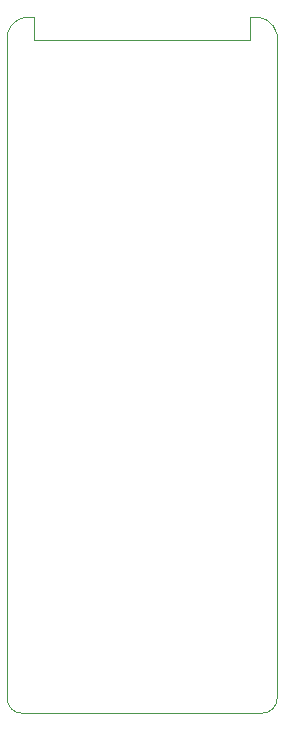
<source format=gm1>
%TF.GenerationSoftware,KiCad,Pcbnew,(5.1.12)-1*%
%TF.CreationDate,2021-12-13T23:08:50+08:00*%
%TF.ProjectId,PCB_EK-Link_Lite_Dev,5043425f-454b-42d4-9c69-6e6b5f4c6974,rev?*%
%TF.SameCoordinates,Original*%
%TF.FileFunction,Profile,NP*%
%FSLAX46Y46*%
G04 Gerber Fmt 4.6, Leading zero omitted, Abs format (unit mm)*
G04 Created by KiCad (PCBNEW (5.1.12)-1) date 2021-12-13 23:08:50*
%MOMM*%
%LPD*%
G01*
G04 APERTURE LIST*
%TA.AperFunction,Profile*%
%ADD10C,0.050000*%
%TD*%
G04 APERTURE END LIST*
D10*
X66040000Y-105918011D02*
G75*
G02*
X64769989Y-104648000I0J1270011D01*
G01*
X64769989Y-104648000D02*
X64769522Y-48389226D01*
X66040000Y-105918000D02*
X86360000Y-105918000D01*
X87630000Y-104648000D02*
G75*
G02*
X86360000Y-105918000I-1270000J0D01*
G01*
X87630000Y-104648000D02*
X87630000Y-48387000D01*
X67056000Y-46989999D02*
G75*
G03*
X64769522Y-48389226I-407535J-1901829D01*
G01*
X85343522Y-46987773D02*
G75*
G02*
X87630000Y-48387000I407535J-1901829D01*
G01*
X67056000Y-48895000D02*
X67056000Y-46990000D01*
X85344000Y-48895000D02*
X67056000Y-48895000D01*
X85344000Y-46990000D02*
X85344000Y-48895000D01*
M02*

</source>
